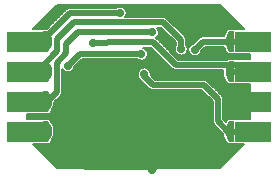
<source format=gbl>
G04 DipTrace 2.4.0.2*
%INSDmicro.gbl*%
%MOMM*%
%ADD13C,0.508*%
%ADD14C,0.127*%
%ADD27R,1.6X1.7*%
%ADD28R,2.032X1.7*%
%ADD29R,2.0X1.7*%
%ADD31C,0.711*%
%FSLAX53Y53*%
G04*
G71*
G90*
G75*
G01*
%LNBottom*%
%LPD*%
X12433Y13810D2*
D13*
X11270D1*
X10000D1*
X21331Y22201D2*
X15037D1*
X14037Y21202D1*
Y20427D1*
X13231Y19620D1*
Y17148D1*
X12433Y16350D1*
X11270D1*
X10000D1*
X12433Y21430D2*
Y21910D1*
X14366Y23843D1*
X18600D1*
X12433Y21430D2*
X11270D1*
X10000D1*
X11270Y18890D2*
X11539D1*
X13254Y20605D1*
Y21618D1*
X14693Y23056D1*
X22267D1*
X23759Y21564D1*
Y20793D1*
X12433Y18890D2*
X11270D1*
X10000D1*
X27888Y21430D2*
X25601D1*
X24907Y20737D1*
X30320Y21430D2*
X27888D1*
X29050D1*
Y18890D2*
Y19448D1*
X23311D1*
X21410Y21348D1*
X17533D1*
X17453Y21268D1*
X16334D1*
X30320Y18890D2*
X29050D1*
X27885D1*
X14731Y15339D2*
Y11637D1*
X15587Y10781D1*
X21526D1*
X21333Y10588D1*
X14731Y15339D2*
X14940D1*
Y17225D1*
X17187Y19471D1*
X21106D1*
X21897Y18680D1*
X26332D1*
X27724Y17288D1*
X28112D1*
X29050Y16350D1*
X27888D2*
X29050D1*
X30320D1*
X29050Y13810D2*
X27770D1*
X26873Y14707D1*
Y16544D1*
X25667Y17750D1*
X21368D1*
X20534Y18584D1*
X20637Y18687D1*
X30320Y13810D2*
X29050D1*
X27885D1*
X20389Y20369D2*
X15187D1*
X14174Y19356D1*
D31*
X20637Y18687D3*
X21331Y22201D3*
X23759Y20793D3*
X16334Y21268D3*
X14174Y19356D3*
X14731Y15339D3*
X21333Y10588D3*
X18600Y23843D3*
X24907Y20737D3*
X20389Y20369D3*
X13148Y24393D2*
D14*
X18548D1*
X18653D2*
X27172D1*
X13023Y24269D2*
X14210D1*
X18962D2*
X27295D1*
X12900Y24146D2*
X14020D1*
X19074D2*
X27420D1*
X12777Y24022D2*
X13897D1*
X19135D2*
X27543D1*
X12652Y23898D2*
X13772D1*
X19161D2*
X27666D1*
X12529Y23775D2*
X13649D1*
X19159D2*
X27791D1*
X12406Y23651D2*
X13526D1*
X19129D2*
X27914D1*
X12281Y23527D2*
X13403D1*
X19064D2*
X28037D1*
X12158Y23404D2*
X13278D1*
X22564D2*
X28162D1*
X12035Y23280D2*
X13155D1*
X22691D2*
X28285D1*
X11910Y23156D2*
X13032D1*
X22814D2*
X28408D1*
X11787Y23033D2*
X12907D1*
X22939D2*
X28533D1*
X11664Y22909D2*
X12783D1*
X23062D2*
X28656D1*
X11539Y22785D2*
X12660D1*
X23185D2*
X28780D1*
X11416Y22662D2*
X12535D1*
X23310D2*
X28903D1*
X11293Y22538D2*
X12412D1*
X21780D2*
X22138D1*
X23433D2*
X29028D1*
X21852Y22414D2*
X22261D1*
X23556D2*
X27635D1*
X21887Y22291D2*
X22384D1*
X23681D2*
X27563D1*
X21893Y22167D2*
X22509D1*
X23804D2*
X27500D1*
X21872Y22043D2*
X22632D1*
X23927D2*
X27436D1*
X21818Y21920D2*
X22755D1*
X24052D2*
X27373D1*
X21717Y21796D2*
X22880D1*
X24156D2*
X25327D1*
X21735Y21672D2*
X23003D1*
X24207D2*
X25194D1*
X21858Y21549D2*
X23126D1*
X24221D2*
X25071D1*
X21983Y21425D2*
X23249D1*
X24221D2*
X24948D1*
X22106Y21301D2*
X23297D1*
X24221D2*
X24823D1*
X22229Y21178D2*
X23297D1*
X24221D2*
X24565D1*
X22352Y21054D2*
X23261D1*
X24257D2*
X24444D1*
X22477Y20930D2*
X23213D1*
X24304D2*
X24378D1*
X25749D2*
X27379D1*
X20736Y20807D2*
X21304D1*
X22600D2*
X23195D1*
X25626D2*
X27442D1*
X20854Y20683D2*
X21427D1*
X22723D2*
X23205D1*
X25501D2*
X27506D1*
X20919Y20559D2*
X21550D1*
X22848D2*
X23247D1*
X24271D2*
X24374D1*
X25441D2*
X27569D1*
X20949Y20436D2*
X21675D1*
X22971D2*
X23326D1*
X24191D2*
X24434D1*
X25382D2*
X27646D1*
X20949Y20312D2*
X21798D1*
X23094D2*
X23477D1*
X24040D2*
X24545D1*
X25271D2*
X29583D1*
X20923Y20188D2*
X21922D1*
X23219D2*
X24846D1*
X24969D2*
X29583D1*
X20861Y20065D2*
X22047D1*
X23342D2*
X29583D1*
X20748Y19941D2*
X22170D1*
X23465D2*
X29583D1*
X15283Y19817D2*
X22293D1*
X15160Y19694D2*
X22418D1*
X15035Y19570D2*
X22541D1*
X14912Y19446D2*
X22664D1*
X14789Y19323D2*
X22789D1*
X14716Y19199D2*
X20421D1*
X20854D2*
X22912D1*
X14660Y19075D2*
X20235D1*
X21040D2*
X23047D1*
X13694Y18952D2*
X13788D1*
X14561D2*
X20142D1*
X21133D2*
X27311D1*
X13694Y18828D2*
X14006D1*
X14343D2*
X20092D1*
X21183D2*
X27311D1*
X13694Y18704D2*
X20074D1*
X21201D2*
X27311D1*
X13694Y18581D2*
X20072D1*
X21191D2*
X27311D1*
X13694Y18457D2*
X20090D1*
X21308D2*
X27343D1*
X13694Y18333D2*
X20147D1*
X21433D2*
X27406D1*
X13694Y18210D2*
X20261D1*
X21556D2*
X27470D1*
X13694Y18086D2*
X20384D1*
X25977D2*
X27533D1*
X13694Y17962D2*
X20507D1*
X26102D2*
X27597D1*
X13694Y17839D2*
X20632D1*
X26227D2*
X29583D1*
X13694Y17715D2*
X20755D1*
X26350D2*
X29583D1*
X13694Y17591D2*
X20878D1*
X26473D2*
X29583D1*
X13694Y17468D2*
X21003D1*
X26598D2*
X29583D1*
X13694Y17344D2*
X21163D1*
X26721D2*
X29583D1*
X13694Y17220D2*
X25549D1*
X26844D2*
X29583D1*
X13690Y17097D2*
X25672D1*
X26969D2*
X29583D1*
X13656Y16973D2*
X25797D1*
X27092D2*
X29583D1*
X13579Y16849D2*
X25920D1*
X27215D2*
X29583D1*
X13456Y16726D2*
X26043D1*
X27297D2*
X29583D1*
X13333Y16602D2*
X26168D1*
X27331D2*
X29583D1*
X13208Y16478D2*
X26291D1*
X27335D2*
X29583D1*
X13085Y16355D2*
X26410D1*
X27335D2*
X29583D1*
X13007Y16231D2*
X26410D1*
X27335D2*
X29583D1*
X13007Y16107D2*
X26410D1*
X27335D2*
X29583D1*
X13003Y15984D2*
X26410D1*
X27335D2*
X29583D1*
X12948Y15860D2*
X26410D1*
X27335D2*
X29583D1*
X12884Y15736D2*
X26410D1*
X27335D2*
X29583D1*
X12821Y15613D2*
X26410D1*
X27335D2*
X29583D1*
X12757Y15489D2*
X26410D1*
X27335D2*
X29583D1*
X12684Y15365D2*
X26410D1*
X27335D2*
X29583D1*
X10736Y15242D2*
X26410D1*
X27335D2*
X29583D1*
X10736Y15118D2*
X26410D1*
X27335D2*
X29583D1*
X10736Y14994D2*
X26410D1*
X27335D2*
X29583D1*
X10736Y14871D2*
X26410D1*
X27358D2*
X29583D1*
X12718Y14747D2*
X26410D1*
X27481D2*
X27603D1*
X12781Y14623D2*
X26418D1*
X12845Y14500D2*
X26462D1*
X12908Y14376D2*
X26557D1*
X12972Y14252D2*
X26680D1*
X13007Y14129D2*
X26803D1*
X13007Y14005D2*
X26928D1*
X13007Y13881D2*
X27051D1*
X13007Y13758D2*
X27174D1*
X13007Y13634D2*
X27299D1*
X13007Y13510D2*
X27311D1*
X12982Y13387D2*
X27339D1*
X12918Y13263D2*
X27402D1*
X12855Y13139D2*
X27466D1*
X12791Y13016D2*
X27529D1*
X12728Y12892D2*
X27593D1*
X12579Y12768D2*
X27742D1*
X11350Y12645D2*
X28970D1*
X11473Y12521D2*
X28845D1*
X11596Y12397D2*
X28722D1*
X11721Y12274D2*
X28599D1*
X11844Y12150D2*
X28474D1*
X11968Y12026D2*
X28351D1*
X12093Y11903D2*
X28228D1*
X12216Y11779D2*
X28105D1*
X12339Y11655D2*
X27980D1*
X12464Y11532D2*
X27857D1*
X12587Y11408D2*
X27734D1*
X12710Y11284D2*
X27609D1*
X12835Y11161D2*
X27486D1*
X12958Y11037D2*
X27363D1*
X13081Y10913D2*
X27238D1*
X13206Y10790D2*
X27115D1*
X12012Y15304D2*
X10724D1*
X10723Y14854D1*
X11196Y14856D1*
X12266D1*
X12530D1*
X12592Y14845D1*
X12648Y14816D1*
X12693Y14768D1*
X12733Y14693D1*
X12974Y14224D1*
X12993Y14162D1*
X12996Y14072D1*
Y13485D1*
X12984Y13421D1*
X12945Y13339D1*
X12704Y12871D1*
X12666Y12820D1*
X12614Y12784D1*
X12552Y12766D1*
X12467Y12764D1*
X11216D1*
X11648Y12334D1*
X13260Y10722D1*
X14058Y10723D1*
X27062D1*
X29104Y12766D1*
X28903Y12764D1*
X28054Y12766D1*
X27996Y12764D1*
X27790D1*
X27728Y12775D1*
X27672Y12804D1*
X27627Y12852D1*
X27587Y12927D1*
X27346Y13396D1*
X27327Y13458D1*
X27324Y13549D1*
Y13622D1*
X27093Y13851D1*
X26555Y14389D1*
X26513Y14437D1*
X26479Y14491D1*
X26452Y14548D1*
X26434Y14609D1*
X26423Y14707D1*
X26420Y16361D1*
X25477Y17300D1*
X21368D1*
X21305Y17305D1*
X21243Y17318D1*
X21183Y17340D1*
X21127Y17370D1*
X21050Y17432D1*
X20216Y18266D1*
X20175Y18314D1*
X20140Y18367D1*
X20114Y18425D1*
X20095Y18485D1*
X20086Y18548D1*
Y18610D1*
X20088Y18733D1*
X20097Y18796D1*
X20113Y18857D1*
X20136Y18917D1*
X20166Y18973D1*
X20202Y19025D1*
X20244Y19073D1*
X20291Y19115D1*
X20342Y19152D1*
X20398Y19183D1*
X20457Y19208D1*
X20518Y19225D1*
X20580Y19235D1*
X20644Y19238D1*
X20707Y19234D1*
X20769Y19222D1*
X20830Y19203D1*
X20888Y19178D1*
X20943Y19146D1*
X20994Y19108D1*
X21040Y19064D1*
X21080Y19015D1*
X21115Y18962D1*
X21143Y18905D1*
X21165Y18846D1*
X21180Y18784D1*
X21189Y18687D1*
X21185Y18624D1*
X21176Y18575D1*
X21481Y18273D1*
X21558Y18199D1*
X25667D1*
X25731Y18195D1*
X25793Y18182D1*
X25852Y18160D1*
X25908Y18130D1*
X25985Y18068D1*
X27191Y16862D1*
X27232Y16814D1*
X27267Y16761D1*
X27293Y16703D1*
X27311Y16643D1*
X27322Y16544D1*
X27325Y14891D1*
X27565Y14651D1*
X27616Y14749D1*
X27654Y14800D1*
X27706Y14836D1*
X27768Y14854D1*
X27854Y14856D1*
X29596D1*
X29597Y17846D1*
X29246Y17844D1*
X29108Y17846D1*
X28903Y17844D1*
X28054Y17846D1*
X27996Y17844D1*
X27790D1*
X27728Y17855D1*
X27672Y17884D1*
X27627Y17932D1*
X27587Y18007D1*
X27346Y18476D1*
X27327Y18538D1*
X27324Y18629D1*
Y19000D1*
X26510Y18998D1*
X23311D1*
X23247Y19003D1*
X23185Y19016D1*
X23126Y19038D1*
X23070Y19068D1*
X22993Y19130D1*
X21220Y20899D1*
X20539D1*
X20640Y20860D1*
X20694Y20828D1*
X20745Y20789D1*
X20791Y20746D1*
X20832Y20697D1*
X20867Y20644D1*
X20895Y20587D1*
X20917Y20528D1*
X20932Y20466D1*
X20940Y20369D1*
X20937Y20305D1*
X20926Y20243D1*
X20908Y20182D1*
X20883Y20124D1*
X20851Y20068D1*
X20814Y20017D1*
X20770Y19971D1*
X20722Y19930D1*
X20670Y19894D1*
X20613Y19865D1*
X20554Y19843D1*
X20492Y19827D1*
X20429Y19819D1*
X20366Y19818D1*
X20303Y19824D1*
X20241Y19838D1*
X20181Y19858D1*
X20123Y19886D1*
X20071Y19918D1*
X15374Y19919D1*
X14718Y19264D1*
X14693Y19169D1*
X14668Y19111D1*
X14637Y19056D1*
X14599Y19005D1*
X14556Y18958D1*
X14508Y18917D1*
X14455Y18882D1*
X14399Y18853D1*
X14339Y18830D1*
X14278Y18815D1*
X14215Y18806D1*
X14151Y18805D1*
X14088Y18812D1*
X14026Y18825D1*
X13966Y18846D1*
X13909Y18873D1*
X13855Y18907D1*
X13806Y18947D1*
X13761Y18992D1*
X13722Y19042D1*
X13679Y19116D1*
X13681Y17398D1*
Y17148D1*
X13676Y17085D1*
X13663Y17023D1*
X13641Y16964D1*
X13611Y16908D1*
X13549Y16831D1*
X12995Y16276D1*
X12996Y16025D1*
X12984Y15961D1*
X12945Y15879D1*
X12704Y15411D1*
X12666Y15360D1*
X12614Y15324D1*
X12552Y15306D1*
X12467Y15304D1*
X12012D1*
X11217Y22476D2*
X12266Y22474D1*
X12319Y22476D1*
X12365D1*
X12609Y22722D1*
X14048Y24161D1*
X14096Y24203D1*
X14149Y24237D1*
X14207Y24264D1*
X14268Y24282D1*
X14366Y24293D1*
X18281D1*
X18361Y24340D1*
X18419Y24364D1*
X18480Y24381D1*
X18543Y24392D1*
X18607Y24395D1*
X18670Y24390D1*
X18732Y24379D1*
X18793Y24360D1*
X18851Y24334D1*
X18906Y24302D1*
X18956Y24264D1*
X19002Y24220D1*
X19043Y24172D1*
X19078Y24119D1*
X19106Y24062D1*
X19128Y24002D1*
X19143Y23941D1*
X19152Y23843D1*
X19148Y23780D1*
X19137Y23718D1*
X19119Y23657D1*
X19094Y23598D1*
X19036Y23506D1*
X22267D1*
X22330Y23501D1*
X22392Y23488D1*
X22452Y23466D1*
X22508Y23436D1*
X22585Y23374D1*
X24076Y21882D1*
X24118Y21834D1*
X24152Y21781D1*
X24179Y21723D1*
X24197Y21663D1*
X24208Y21564D1*
Y21110D1*
X24236Y21068D1*
X24265Y21011D1*
X24286Y20952D1*
X24301Y20890D1*
X24310Y20793D1*
X24306Y20730D1*
X24295Y20667D1*
X24277Y20606D1*
X24252Y20548D1*
X24221Y20493D1*
X24183Y20442D1*
X24140Y20395D1*
X24092Y20354D1*
X24039Y20318D1*
X23983Y20289D1*
X23923Y20267D1*
X23862Y20251D1*
X23799Y20243D1*
X23735Y20242D1*
X23672Y20249D1*
X23610Y20262D1*
X23550Y20283D1*
X23493Y20310D1*
X23439Y20344D1*
X23390Y20383D1*
X23345Y20429D1*
X23306Y20478D1*
X23273Y20533D1*
X23246Y20590D1*
X23226Y20650D1*
X23213Y20713D1*
X23208Y20776D1*
X23209Y20839D1*
X23218Y20902D1*
X23234Y20963D1*
X23257Y21023D1*
X23309Y21110D1*
Y21378D1*
X22081Y22606D1*
X21705Y22607D1*
X21774Y22529D1*
X21809Y22476D1*
X21837Y22420D1*
X21859Y22360D1*
X21874Y22298D1*
X21883Y22201D1*
X21879Y22138D1*
X21868Y22075D1*
X21850Y22014D1*
X21825Y21956D1*
X21794Y21901D1*
X21756Y21850D1*
X21713Y21803D1*
X21630Y21739D1*
X21702Y21690D1*
X21953Y21442D1*
X23501Y19897D1*
X27674D1*
X27747Y19931D1*
X27854Y19936D1*
X29596D1*
X29597Y20386D1*
X29246Y20384D1*
X29108Y20386D1*
X28903Y20384D1*
X28054Y20386D1*
X28001Y20384D1*
X27790D1*
X27728Y20395D1*
X27672Y20424D1*
X27627Y20472D1*
X27587Y20547D1*
X27365Y20979D1*
X25786Y20980D1*
X25451Y20645D1*
X25426Y20550D1*
X25401Y20492D1*
X25370Y20437D1*
X25332Y20386D1*
X25289Y20339D1*
X25241Y20298D1*
X25188Y20262D1*
X25132Y20233D1*
X25072Y20211D1*
X25011Y20195D1*
X24948Y20187D1*
X24884Y20186D1*
X24821Y20193D1*
X24759Y20206D1*
X24699Y20227D1*
X24642Y20254D1*
X24588Y20288D1*
X24538Y20327D1*
X24494Y20373D1*
X24455Y20422D1*
X24422Y20477D1*
X24395Y20534D1*
X24375Y20594D1*
X24362Y20657D1*
X24356Y20720D1*
X24358Y20783D1*
X24367Y20846D1*
X24383Y20907D1*
X24406Y20967D1*
X24436Y21023D1*
X24472Y21075D1*
X24514Y21123D1*
X24561Y21165D1*
X24612Y21202D1*
X24668Y21233D1*
X24726Y21258D1*
X24813Y21279D1*
X25283Y21748D1*
X25331Y21789D1*
X25384Y21824D1*
X25441Y21851D1*
X25502Y21869D1*
X25601Y21880D1*
X27365D1*
X27616Y22369D1*
X27654Y22420D1*
X27706Y22456D1*
X27768Y22474D1*
X27854Y22476D1*
X29104D1*
X28672Y22906D1*
X27060Y24518D1*
X26262Y24517D1*
X13258D1*
X11216Y22474D1*
D27*
X11270Y16350D3*
Y18890D3*
Y21430D3*
G36*
X12530Y18040D2*
X12065D1*
Y19740D1*
X12530D1*
X12800Y19215D1*
Y18565D1*
X12530Y18040D1*
G37*
G36*
Y15500D2*
X12065D1*
Y17200D1*
X12530D1*
X12800Y16675D1*
Y16025D1*
X12530Y15500D1*
G37*
G36*
Y20580D2*
X12065D1*
Y22280D1*
X12530D1*
X12800Y21755D1*
Y21105D1*
X12530Y20580D1*
G37*
D28*
X10000Y21430D3*
Y18890D3*
Y16350D3*
D27*
X29050Y13810D3*
Y16350D3*
D28*
X30320Y13810D3*
Y16350D3*
G36*
X27790Y17200D2*
X28255D1*
Y15500D1*
X27790D1*
X27520Y16025D1*
Y16675D1*
X27790Y17200D1*
G37*
G36*
Y14660D2*
X28250D1*
Y12960D1*
X27790D1*
X27520Y13485D1*
Y14135D1*
X27790Y14660D1*
G37*
D27*
X29050Y18890D3*
Y21430D3*
D28*
X30320Y18890D3*
Y21430D3*
G36*
X27790Y22280D2*
X28255D1*
Y20580D1*
X27790D1*
X27520Y21105D1*
Y21755D1*
X27790Y22280D1*
G37*
G36*
Y19740D2*
X28250D1*
Y18040D1*
X27790D1*
X27520Y18565D1*
Y19215D1*
X27790Y19740D1*
G37*
D27*
X11270Y13810D3*
G36*
X12530Y12960D2*
X12065D1*
Y14660D1*
X12530D1*
X12800Y14135D1*
Y13485D1*
X12530Y12960D1*
G37*
D29*
X10000Y13810D3*
G36*
X22876Y16436D2*
X22847Y16626D1*
X22787Y16773D1*
X22711Y16867D1*
X22635Y16944D1*
X22522Y17007D1*
X22457Y17032D1*
X22362Y17053D1*
X22311Y17063D1*
X22229Y17068D1*
X22164Y17045D1*
X22126Y17007D1*
X22100Y16982D1*
X22036Y16969D1*
X22011Y16974D1*
X21960Y16989D1*
X21933Y17020D1*
X21834Y16938D1*
X21884Y16862D1*
Y16844D1*
X21795Y16808D1*
X21783Y16753D1*
X21773Y16651D1*
X22025Y16758D1*
X22057D1*
X22100Y16751D1*
X22110Y16728D1*
X22090Y16677D1*
X21975Y16613D1*
X21803Y16542D1*
X21828Y16492D1*
X21892Y16437D1*
X22082Y16512D1*
X22076Y16474D1*
Y16436D1*
X22876D1*
G37*
M02*

</source>
